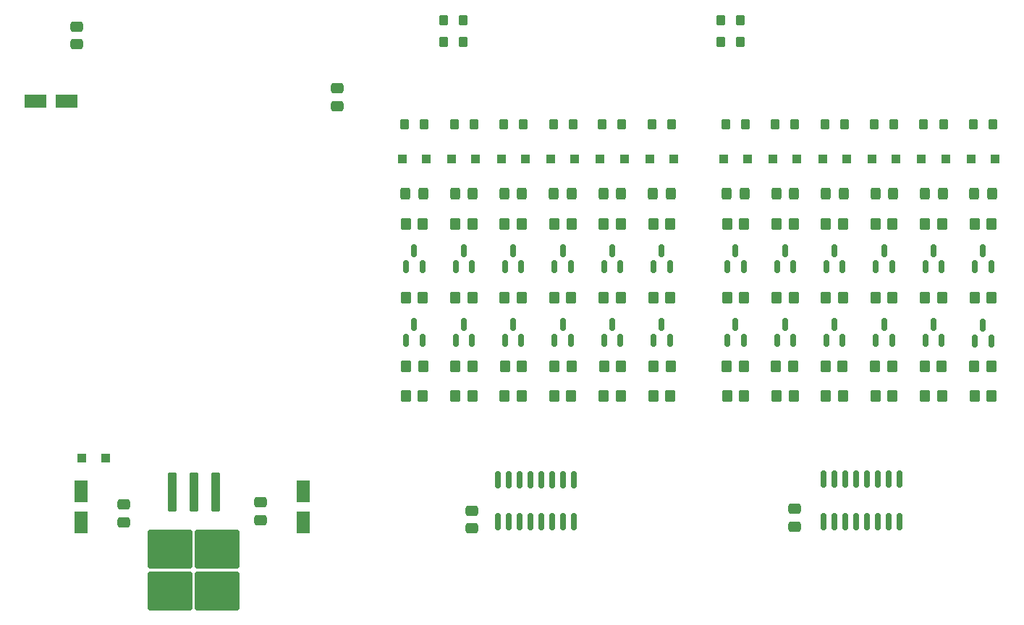
<source format=gbr>
%TF.GenerationSoftware,KiCad,Pcbnew,7.0.10*%
%TF.CreationDate,2024-03-07T20:10:10-06:00*%
%TF.ProjectId,Coax Switch Controller,436f6178-2053-4776-9974-636820436f6e,1.0*%
%TF.SameCoordinates,Original*%
%TF.FileFunction,Paste,Top*%
%TF.FilePolarity,Positive*%
%FSLAX46Y46*%
G04 Gerber Fmt 4.6, Leading zero omitted, Abs format (unit mm)*
G04 Created by KiCad (PCBNEW 7.0.10) date 2024-03-07 20:10:10*
%MOMM*%
%LPD*%
G01*
G04 APERTURE LIST*
G04 Aperture macros list*
%AMRoundRect*
0 Rectangle with rounded corners*
0 $1 Rounding radius*
0 $2 $3 $4 $5 $6 $7 $8 $9 X,Y pos of 4 corners*
0 Add a 4 corners polygon primitive as box body*
4,1,4,$2,$3,$4,$5,$6,$7,$8,$9,$2,$3,0*
0 Add four circle primitives for the rounded corners*
1,1,$1+$1,$2,$3*
1,1,$1+$1,$4,$5*
1,1,$1+$1,$6,$7*
1,1,$1+$1,$8,$9*
0 Add four rect primitives between the rounded corners*
20,1,$1+$1,$2,$3,$4,$5,0*
20,1,$1+$1,$4,$5,$6,$7,0*
20,1,$1+$1,$6,$7,$8,$9,0*
20,1,$1+$1,$8,$9,$2,$3,0*%
G04 Aperture macros list end*
%ADD10RoundRect,0.250000X-0.475000X0.337500X-0.475000X-0.337500X0.475000X-0.337500X0.475000X0.337500X0*%
%ADD11RoundRect,0.250000X0.475000X-0.337500X0.475000X0.337500X-0.475000X0.337500X-0.475000X-0.337500X0*%
%ADD12RoundRect,0.250000X-0.550000X1.050000X-0.550000X-1.050000X0.550000X-1.050000X0.550000X1.050000X0*%
%ADD13RoundRect,0.250000X-0.300000X-0.300000X0.300000X-0.300000X0.300000X0.300000X-0.300000X0.300000X0*%
%ADD14RoundRect,0.250000X0.325000X0.450000X-0.325000X0.450000X-0.325000X-0.450000X0.325000X-0.450000X0*%
%ADD15RoundRect,0.250000X-0.300000X2.050000X-0.300000X-2.050000X0.300000X-2.050000X0.300000X2.050000X0*%
%ADD16RoundRect,0.250000X-2.375000X2.025000X-2.375000X-2.025000X2.375000X-2.025000X2.375000X2.025000X0*%
%ADD17RoundRect,0.250000X0.350000X0.450000X-0.350000X0.450000X-0.350000X-0.450000X0.350000X-0.450000X0*%
%ADD18RoundRect,0.250000X-0.350000X-0.450000X0.350000X-0.450000X0.350000X0.450000X-0.350000X0.450000X0*%
%ADD19RoundRect,0.250000X-0.275000X-0.350000X0.275000X-0.350000X0.275000X0.350000X-0.275000X0.350000X0*%
%ADD20RoundRect,0.150000X0.150000X-0.587500X0.150000X0.587500X-0.150000X0.587500X-0.150000X-0.587500X0*%
%ADD21RoundRect,0.250000X1.050000X0.550000X-1.050000X0.550000X-1.050000X-0.550000X1.050000X-0.550000X0*%
%ADD22RoundRect,0.150000X0.150000X-0.825000X0.150000X0.825000X-0.150000X0.825000X-0.150000X-0.825000X0*%
G04 APERTURE END LIST*
D10*
%TO.C,C9*%
X142884000Y-128632500D03*
X142884000Y-130707500D03*
%TD*%
%TO.C,C8*%
X180634000Y-128382500D03*
X180634000Y-130457500D03*
%TD*%
%TO.C,C4*%
X118134000Y-127632500D03*
X118134000Y-129707500D03*
%TD*%
D11*
%TO.C,C5*%
X127134000Y-81207500D03*
X127134000Y-79132500D03*
%TD*%
D12*
%TO.C,C3*%
X123134000Y-126370000D03*
X123134000Y-129970000D03*
%TD*%
%TO.C,C1*%
X97134000Y-126370000D03*
X97134000Y-129970000D03*
%TD*%
D13*
%TO.C,D1*%
X201292000Y-87376000D03*
X204092000Y-87376000D03*
%TD*%
%TO.C,D2*%
X198300800Y-87376000D03*
X195500800Y-87376000D03*
%TD*%
%TO.C,D6*%
X172336000Y-87376000D03*
X175136000Y-87376000D03*
%TD*%
%TO.C,D5*%
X178127200Y-87376000D03*
X180927200Y-87376000D03*
%TD*%
%TO.C,D4*%
X183918400Y-87376000D03*
X186718400Y-87376000D03*
%TD*%
%TO.C,D10*%
X146326400Y-87376000D03*
X149126400Y-87376000D03*
%TD*%
D14*
%TO.C,D15*%
X192161600Y-91440000D03*
X190111600Y-91440000D03*
%TD*%
%TO.C,D13*%
X201667000Y-91440000D03*
X203717000Y-91440000D03*
%TD*%
%TO.C,D18*%
X174761000Y-91440000D03*
X172711000Y-91440000D03*
%TD*%
%TO.C,D16*%
X186361400Y-91440000D03*
X184311400Y-91440000D03*
%TD*%
%TO.C,D21*%
X154542600Y-91440000D03*
X152492600Y-91440000D03*
%TD*%
%TO.C,D23*%
X142960200Y-91440000D03*
X140910200Y-91440000D03*
%TD*%
%TO.C,D24*%
X137169000Y-91440000D03*
X135119000Y-91440000D03*
%TD*%
D13*
%TO.C,D25*%
X97234000Y-122420000D03*
X100034000Y-122420000D03*
%TD*%
D15*
%TO.C,U4*%
X112884000Y-126420000D03*
X110344000Y-126420000D03*
D16*
X113119000Y-133145000D03*
X107569000Y-133145000D03*
X113119000Y-137995000D03*
X107569000Y-137995000D03*
D15*
X107804000Y-126420000D03*
%TD*%
D17*
%TO.C,R2*%
X197900800Y-115170000D03*
X195900800Y-115170000D03*
%TD*%
%TO.C,R15*%
X190051600Y-111670000D03*
X192051600Y-111670000D03*
%TD*%
D18*
%TO.C,R35*%
X140935200Y-103632000D03*
X142935200Y-103632000D03*
%TD*%
D17*
%TO.C,R5*%
X180527200Y-115170000D03*
X178527200Y-115170000D03*
%TD*%
D19*
%TO.C,FB2*%
X195750800Y-83312000D03*
X198050800Y-83312000D03*
%TD*%
D14*
%TO.C,D19*%
X166125000Y-91440000D03*
X164075000Y-91440000D03*
%TD*%
D20*
%TO.C,Q11*%
X140985200Y-108633500D03*
X142885200Y-108633500D03*
X141935200Y-106758500D03*
%TD*%
D18*
%TO.C,R29*%
X178527200Y-103632000D03*
X180527200Y-103632000D03*
%TD*%
%TO.C,R41*%
X180527200Y-94996000D03*
X178527200Y-94996000D03*
%TD*%
%TO.C,R33*%
X152517600Y-103632000D03*
X154517600Y-103632000D03*
%TD*%
D19*
%TO.C,FB13*%
X172030000Y-71120000D03*
X174330000Y-71120000D03*
%TD*%
%TO.C,FB11*%
X140836000Y-83312000D03*
X143136000Y-83312000D03*
%TD*%
D20*
%TO.C,Q17*%
X178577200Y-99997500D03*
X180477200Y-99997500D03*
X179527200Y-98122500D03*
%TD*%
%TO.C,Q15*%
X190159600Y-99997500D03*
X192059600Y-99997500D03*
X191109600Y-98122500D03*
%TD*%
D18*
%TO.C,R42*%
X174736000Y-94996000D03*
X172736000Y-94996000D03*
%TD*%
D20*
%TO.C,Q3*%
X190159600Y-108633500D03*
X192059600Y-108633500D03*
X191109600Y-106758500D03*
%TD*%
%TO.C,Q18*%
X172786000Y-99997500D03*
X174686000Y-99997500D03*
X173736000Y-98122500D03*
%TD*%
D17*
%TO.C,R12*%
X135144000Y-115170000D03*
X137144000Y-115170000D03*
%TD*%
D20*
%TO.C,Q13*%
X201742000Y-99997500D03*
X203642000Y-99997500D03*
X202692000Y-98122500D03*
%TD*%
%TO.C,Q9*%
X152567600Y-108633500D03*
X154467600Y-108633500D03*
X153517600Y-106758500D03*
%TD*%
D18*
%TO.C,R26*%
X195900800Y-103632000D03*
X197900800Y-103632000D03*
%TD*%
D17*
%TO.C,R3*%
X192109600Y-115170000D03*
X190109600Y-115170000D03*
%TD*%
D19*
%TO.C,FB15*%
X139566000Y-71120000D03*
X141866000Y-71120000D03*
%TD*%
D13*
%TO.C,D11*%
X140535200Y-87376000D03*
X143335200Y-87376000D03*
%TD*%
D17*
%TO.C,R19*%
X166134000Y-111670000D03*
X164134000Y-111670000D03*
%TD*%
D20*
%TO.C,Q20*%
X158358800Y-99997500D03*
X160258800Y-99997500D03*
X159308800Y-98122500D03*
%TD*%
D13*
%TO.C,D3*%
X189709600Y-87376000D03*
X192509600Y-87376000D03*
%TD*%
D17*
%TO.C,R24*%
X137178000Y-111670000D03*
X135178000Y-111670000D03*
%TD*%
D18*
%TO.C,R44*%
X158321600Y-94996000D03*
X160321600Y-94996000D03*
%TD*%
D14*
%TO.C,D14*%
X197961800Y-91440000D03*
X195911800Y-91440000D03*
%TD*%
D20*
%TO.C,Q19*%
X164150000Y-99997500D03*
X166050000Y-99997500D03*
X165100000Y-98122500D03*
%TD*%
%TO.C,Q4*%
X184368400Y-108633500D03*
X186268400Y-108633500D03*
X185318400Y-106758500D03*
%TD*%
D19*
%TO.C,FB7*%
X163950000Y-83312000D03*
X166250000Y-83312000D03*
%TD*%
D20*
%TO.C,Q23*%
X140985200Y-99997500D03*
X142885200Y-99997500D03*
X141935200Y-98122500D03*
%TD*%
%TO.C,Q5*%
X178577200Y-108633500D03*
X180477200Y-108633500D03*
X179527200Y-106758500D03*
%TD*%
D18*
%TO.C,R36*%
X135144000Y-103632000D03*
X137144000Y-103632000D03*
%TD*%
D20*
%TO.C,Q14*%
X195950800Y-99997500D03*
X197850800Y-99997500D03*
X196900800Y-98122500D03*
%TD*%
D18*
%TO.C,R25*%
X201692000Y-103632000D03*
X203692000Y-103632000D03*
%TD*%
%TO.C,R48*%
X135144000Y-94996000D03*
X137144000Y-94996000D03*
%TD*%
D19*
%TO.C,FB8*%
X158108000Y-83312000D03*
X160408000Y-83312000D03*
%TD*%
D20*
%TO.C,Q2*%
X195950800Y-108694500D03*
X197850800Y-108694500D03*
X196900800Y-106819500D03*
%TD*%
D18*
%TO.C,R27*%
X190109600Y-103632000D03*
X192109600Y-103632000D03*
%TD*%
D17*
%TO.C,R1*%
X203692000Y-115170000D03*
X201692000Y-115170000D03*
%TD*%
D19*
%TO.C,FB6*%
X172586000Y-83312000D03*
X174886000Y-83312000D03*
%TD*%
D17*
%TO.C,R11*%
X142935200Y-115170000D03*
X140935200Y-115170000D03*
%TD*%
D19*
%TO.C,FB5*%
X178377200Y-83312000D03*
X180677200Y-83312000D03*
%TD*%
D18*
%TO.C,R32*%
X158308800Y-103632000D03*
X160308800Y-103632000D03*
%TD*%
D19*
%TO.C,FB14*%
X172030000Y-73660000D03*
X174330000Y-73660000D03*
%TD*%
D18*
%TO.C,R40*%
X184318400Y-94996000D03*
X186318400Y-94996000D03*
%TD*%
D14*
%TO.C,D17*%
X180561200Y-91440000D03*
X178511200Y-91440000D03*
%TD*%
D13*
%TO.C,D9*%
X152117600Y-87376000D03*
X154917600Y-87376000D03*
%TD*%
D18*
%TO.C,R46*%
X146732800Y-94996000D03*
X148732800Y-94996000D03*
%TD*%
%TO.C,R31*%
X164100000Y-103632000D03*
X166100000Y-103632000D03*
%TD*%
D20*
%TO.C,Q1*%
X201742000Y-108712000D03*
X203642000Y-108712000D03*
X202692000Y-106837000D03*
%TD*%
D21*
%TO.C,C6*%
X95434000Y-80670000D03*
X91834000Y-80670000D03*
%TD*%
D13*
%TO.C,D7*%
X163700000Y-87376000D03*
X166500000Y-87376000D03*
%TD*%
D20*
%TO.C,Q6*%
X172786000Y-108633500D03*
X174686000Y-108633500D03*
X173736000Y-106758500D03*
%TD*%
D18*
%TO.C,R30*%
X172736000Y-103632000D03*
X174736000Y-103632000D03*
%TD*%
D19*
%TO.C,FB10*%
X146627200Y-83312000D03*
X148927200Y-83312000D03*
%TD*%
D13*
%TO.C,D12*%
X134744000Y-87376000D03*
X137544000Y-87376000D03*
%TD*%
D17*
%TO.C,R23*%
X142969200Y-111670000D03*
X140969200Y-111670000D03*
%TD*%
D18*
%TO.C,R39*%
X190109600Y-94996000D03*
X192109600Y-94996000D03*
%TD*%
D17*
%TO.C,R8*%
X160308800Y-115170000D03*
X158308800Y-115170000D03*
%TD*%
D20*
%TO.C,Q16*%
X184368400Y-99997500D03*
X186268400Y-99997500D03*
X185318400Y-98122500D03*
%TD*%
D22*
%TO.C,U2*%
X184014000Y-124920000D03*
X185284000Y-124920000D03*
X186554000Y-124920000D03*
X187824000Y-124920000D03*
X189094000Y-124920000D03*
X190364000Y-124920000D03*
X191634000Y-124920000D03*
X192904000Y-124920000D03*
X192904000Y-129870000D03*
X191634000Y-129870000D03*
X190364000Y-129870000D03*
X189094000Y-129870000D03*
X187824000Y-129870000D03*
X186554000Y-129870000D03*
X185284000Y-129870000D03*
X184014000Y-129870000D03*
%TD*%
D14*
%TO.C,D20*%
X160333800Y-91440000D03*
X158283800Y-91440000D03*
%TD*%
D20*
%TO.C,Q22*%
X146776400Y-99997500D03*
X148676400Y-99997500D03*
X147726400Y-98122500D03*
%TD*%
D18*
%TO.C,R47*%
X140938400Y-94996000D03*
X142938400Y-94996000D03*
%TD*%
D20*
%TO.C,Q21*%
X152567600Y-99997500D03*
X154467600Y-99997500D03*
X153517600Y-98122500D03*
%TD*%
D18*
%TO.C,R45*%
X152527200Y-94996000D03*
X154527200Y-94996000D03*
%TD*%
D20*
%TO.C,Q7*%
X164150000Y-108633500D03*
X166050000Y-108633500D03*
X165100000Y-106758500D03*
%TD*%
D17*
%TO.C,R17*%
X178469200Y-111670000D03*
X180469200Y-111670000D03*
%TD*%
D19*
%TO.C,FB12*%
X134994000Y-83312000D03*
X137294000Y-83312000D03*
%TD*%
D17*
%TO.C,R7*%
X166100000Y-115170000D03*
X164100000Y-115170000D03*
%TD*%
D13*
%TO.C,D8*%
X157908800Y-87376000D03*
X160708800Y-87376000D03*
%TD*%
D17*
%TO.C,R22*%
X148760400Y-111670000D03*
X146760400Y-111670000D03*
%TD*%
D18*
%TO.C,R28*%
X184318400Y-103632000D03*
X186318400Y-103632000D03*
%TD*%
D10*
%TO.C,C2*%
X102134000Y-127882500D03*
X102134000Y-129957500D03*
%TD*%
D19*
%TO.C,FB4*%
X184168400Y-83312000D03*
X186468400Y-83312000D03*
%TD*%
D17*
%TO.C,R10*%
X148726400Y-115170000D03*
X146726400Y-115170000D03*
%TD*%
%TO.C,R13*%
X201634000Y-111670000D03*
X203634000Y-111670000D03*
%TD*%
%TO.C,R16*%
X184260400Y-111670000D03*
X186260400Y-111670000D03*
%TD*%
%TO.C,R14*%
X197842800Y-111670000D03*
X195842800Y-111670000D03*
%TD*%
%TO.C,R18*%
X172678000Y-111670000D03*
X174678000Y-111670000D03*
%TD*%
%TO.C,R21*%
X154551600Y-111670000D03*
X152551600Y-111670000D03*
%TD*%
D19*
%TO.C,FB9*%
X152418400Y-83312000D03*
X154718400Y-83312000D03*
%TD*%
D17*
%TO.C,R6*%
X174736000Y-115170000D03*
X172736000Y-115170000D03*
%TD*%
%TO.C,R9*%
X154517600Y-115170000D03*
X152517600Y-115170000D03*
%TD*%
D20*
%TO.C,Q12*%
X135194000Y-108633500D03*
X137094000Y-108633500D03*
X136144000Y-106758500D03*
%TD*%
D18*
%TO.C,R38*%
X195900800Y-94996000D03*
X197900800Y-94996000D03*
%TD*%
D19*
%TO.C,FB16*%
X139566000Y-73660000D03*
X141866000Y-73660000D03*
%TD*%
D17*
%TO.C,R4*%
X186318400Y-115170000D03*
X184318400Y-115170000D03*
%TD*%
D20*
%TO.C,Q24*%
X135194000Y-99997500D03*
X137094000Y-99997500D03*
X136144000Y-98122500D03*
%TD*%
D18*
%TO.C,R37*%
X203692000Y-94996000D03*
X201692000Y-94996000D03*
%TD*%
D17*
%TO.C,R20*%
X160342800Y-111670000D03*
X158342800Y-111670000D03*
%TD*%
D14*
%TO.C,D22*%
X148751400Y-91440000D03*
X146701400Y-91440000D03*
%TD*%
D20*
%TO.C,Q8*%
X158358800Y-108633500D03*
X160258800Y-108633500D03*
X159308800Y-106758500D03*
%TD*%
D22*
%TO.C,U3*%
X145923000Y-129918000D03*
X147193000Y-129918000D03*
X148463000Y-129918000D03*
X149733000Y-129918000D03*
X151003000Y-129918000D03*
X152273000Y-129918000D03*
X153543000Y-129918000D03*
X154813000Y-129918000D03*
X154813000Y-124968000D03*
X153543000Y-124968000D03*
X152273000Y-124968000D03*
X151003000Y-124968000D03*
X149733000Y-124968000D03*
X148463000Y-124968000D03*
X147193000Y-124968000D03*
X145923000Y-124968000D03*
%TD*%
D19*
%TO.C,FB3*%
X189959600Y-83312000D03*
X192259600Y-83312000D03*
%TD*%
D18*
%TO.C,R43*%
X164116000Y-94996000D03*
X166116000Y-94996000D03*
%TD*%
D20*
%TO.C,Q10*%
X146776400Y-108633500D03*
X148676400Y-108633500D03*
X147726400Y-106758500D03*
%TD*%
D18*
%TO.C,R34*%
X146726400Y-103632000D03*
X148726400Y-103632000D03*
%TD*%
D19*
%TO.C,FB1*%
X201542000Y-83312000D03*
X203842000Y-83312000D03*
%TD*%
D11*
%TO.C,C7*%
X96634000Y-73957500D03*
X96634000Y-71882500D03*
%TD*%
M02*

</source>
